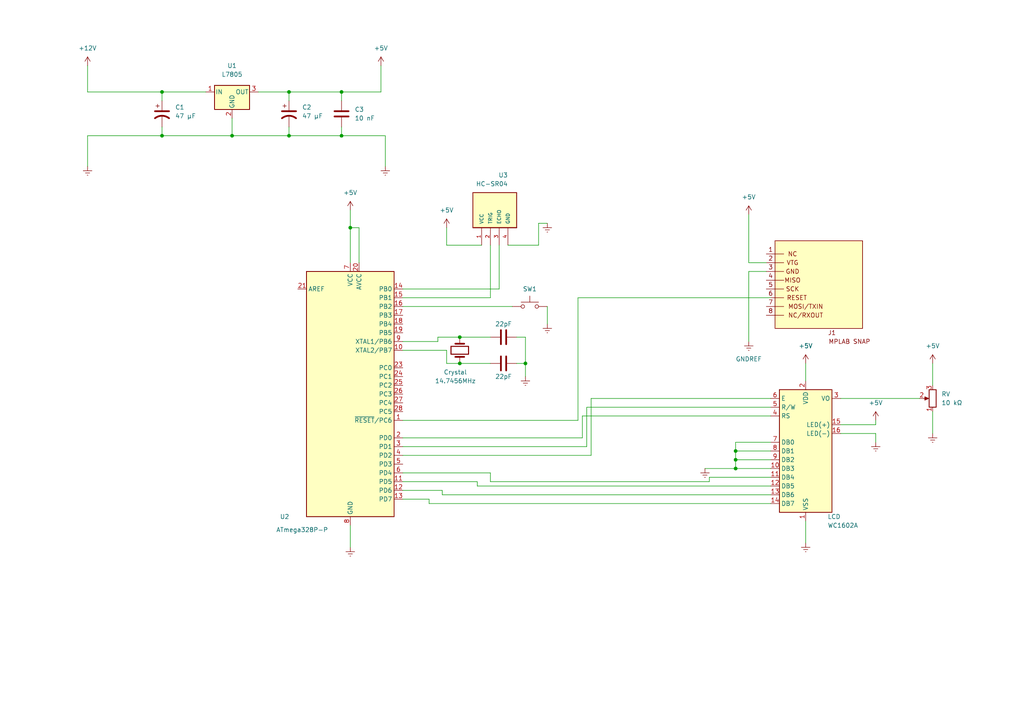
<source format=kicad_sch>
(kicad_sch (version 20211123) (generator eeschema)
  (paper "A4")
  (title_block (title "Ultrasonic Range Finder") (date "2022-10-14") (rev "1") (company "University of Alberta"))
  (lib_symbols
    (symbol "Device:C" (pin_numbers hide) (pin_names (offset 0.254))
      (property "Reference" "C" (at 0.635 2.54 0))
      (property "Value" "C" (at 0.635 -2.54 0))
      (symbol "C_0_1"
        (polyline (pts (xy -2.032 -0.762) (xy 2.032 -0.762)) (stroke (width 0.508)))
        (polyline (pts (xy -2.032 0.762) (xy 2.032 0.762)) (stroke (width 0.508)))
      )
      (symbol "C_1_1"
        (pin passive line (at 0 3.81 270) (length 2.794) (name "~") (number "1"))
        (pin passive line (at 0 -3.81 90) (length 2.794) (name "~") (number "2"))
      )
    )
    (symbol "Device:C_Polarized_US" (pin_numbers hide) (pin_names (offset 0.254) hide)
      (property "Reference" "C" (at 0.635 2.54 0))
      (property "Value" "C_Polarized_US" (at 0.635 -2.54 0))
      (symbol "C_Polarized_US_0_1"
        (polyline (pts (xy -2.032 0.762) (xy 2.032 0.762)) (stroke (width 0.508)))
        (polyline (pts (xy -1.778 2.286) (xy -0.762 2.286)))
        (polyline (pts (xy -1.27 1.778) (xy -1.27 2.794)))
        (arc (start 2.032 -1.27) (mid 0 -0.5572) (end -2.032 -1.27) (stroke (width 0.508)))
      )
      (symbol "C_Polarized_US_1_1"
        (pin passive line (at 0 3.81 270) (length 2.794) (name "~") (number "1"))
        (pin passive line (at 0 -3.81 90) (length 3.302) (name "~") (number "2"))
      )
    )
    (symbol "Device:Crystal" (pin_numbers hide) (pin_names (offset 1.016) hide)
      (property "Reference" "Y" (at 0 3.81 0))
      (property "Value" "Crystal" (at 0 -3.81 0))
      (symbol "Crystal_0_1"
        (rectangle (start -1.143 2.54) (end 1.143 -2.54) (stroke (width 0.3048)))
        (polyline (pts (xy -2.54 0) (xy -1.905 0)))
        (polyline (pts (xy -1.905 -1.27) (xy -1.905 1.27)) (stroke (width 0.508)))
        (polyline (pts (xy 1.905 -1.27) (xy 1.905 1.27)) (stroke (width 0.508)))
        (polyline (pts (xy 2.54 0) (xy 1.905 0)))
      )
      (symbol "Crystal_1_1"
        (pin passive line (at -3.81 0 0) (length 1.27) (name "1") (number "1"))
        (pin passive line (at 3.81 0 180) (length 1.27) (name "2") (number "2"))
      )
    )
    (symbol "Device:R_Potentiometer" (pin_names (offset 1.016) hide)
      (property "Reference" "RV" (at -4.445 0 90))
      (property "Value" "R_Potentiometer" (at -2.54 0 90))
      (symbol "R_Potentiometer_0_1"
        (polyline (pts (xy 2.54 0) (xy 1.524 0)))
        (polyline (pts (xy 1.143 0) (xy 2.286 0.508) (xy 2.286 -0.508) (xy 1.143 0)) (fill (type outline)))
        (rectangle (start 1.016 2.54) (end -1.016 -2.54) (stroke (width 0.254)))
      )
      (symbol "R_Potentiometer_1_1"
        (pin passive line (at 0 3.81 270) (length 1.27) (name "1") (number "1"))
        (pin passive line (at 3.81 0 180) (length 1.27) (name "2") (number "2"))
        (pin passive line (at 0 -3.81 90) (length 1.27) (name "3") (number "3"))
      )
    )
    (symbol "Display_Character:WC1602A"
      (property "Reference" "LCD" (at 6.35 -19.05 0))
      (property "Value" "WC1602A" (at 6.35 -21.59 0))
      (symbol "WC1602A_1_1"
        (rectangle (start -7.62 17.78) (end 7.62 -17.78) (stroke (width 0.254)) (fill (type background)))
        (pin power_in line (at 0 -20.32 90) (length 2.54) (name "VSS") (number "1"))
        (pin input line (at -10.16 -5.08 0) (length 2.54) (name "DB3") (number "10"))
        (pin input line (at -10.16 -7.62 0) (length 2.54) (name "DB4") (number "11"))
        (pin input line (at -10.16 -10.16 0) (length 2.54) (name "DB5") (number "12"))
        (pin input line (at -10.16 -12.7 0) (length 2.54) (name "DB6") (number "13"))
        (pin input line (at -10.16 -15.24 0) (length 2.54) (name "DB7") (number "14"))
        (pin power_in line (at 10.16 7.62 180) (length 2.54) (name "LED(+)") (number "15"))
        (pin power_in line (at 10.16 5.08 180) (length 2.54) (name "LED(-)") (number "16"))
        (pin power_in line (at 0 20.32 270) (length 2.54) (name "VDD") (number "2"))
        (pin input line (at 10.16 15.24 180) (length 2.54) (name "VO") (number "3"))
        (pin input line (at -10.16 10.16 0) (length 2.54) (name "RS") (number "4"))
        (pin input line (at -10.16 12.7 0) (length 2.54) (name "R/W") (number "5"))
        (pin input line (at -10.16 15.24 0) (length 2.54) (name "E") (number "6"))
        (pin input line (at -10.16 2.54 0) (length 2.54) (name "DB0") (number "7"))
        (pin input line (at -10.16 0 0) (length 2.54) (name "DB1") (number "8"))
        (pin input line (at -10.16 -2.54 0) (length 2.54) (name "DB2") (number "9"))
      )
    )
    (symbol "HC-SR04:HC-SR04" (pin_names (offset 1.016))
      (property "Reference" "U" (at 0 5.08 0))
      (property "Value" "HC-SR04" (at 0 -10.16 0))
      (symbol "HC-SR04_0_0"
        (rectangle (start 0 -7.62) (end 10.16 5.08) (stroke (width 0.254)) (fill (type background)))
        (polyline (pts (xy 0 5.08) (xy 0 -7.62)) (stroke (width 0.254)))
        (pin power_in line (at -5.08 2.54 0) (length 5.08) (name "VCC") (number "1"))
        (pin bidirectional line (at -5.08 0 0) (length 5.08) (name "TRIG") (number "2"))
        (pin bidirectional line (at -5.08 -2.54 0) (length 5.08) (name "ECHO") (number "3"))
        (pin power_in line (at -5.08 -5.08 0) (length 5.08) (name "GND") (number "4"))
      )
    )
    (symbol "MCU_Microchip_ATmega:ATmega328P-P"
      (property "Reference" "U" (at -12.7 36.83 0))
      (property "Value" "ATmega328P-P" (at 2.54 -36.83 0))
      (symbol "ATmega328P-P_0_1"
        (rectangle (start -12.7 -35.56) (end 12.7 35.56) (stroke (width 0.254)) (fill (type background)))
      )
      (symbol "ATmega328P-P_1_1"
        (pin bidirectional line (at 15.24 -7.62 180) (length 2.54) (name "~{RESET}/PC6") (number "1"))
        (pin bidirectional line (at 15.24 12.7 180) (length 2.54) (name "XTAL2/PB7") (number "10"))
        (pin bidirectional line (at 15.24 -25.4 180) (length 2.54) (name "PD5") (number "11"))
        (pin bidirectional line (at 15.24 -27.94 180) (length 2.54) (name "PD6") (number "12"))
        (pin bidirectional line (at 15.24 -30.48 180) (length 2.54) (name "PD7") (number "13"))
        (pin bidirectional line (at 15.24 30.48 180) (length 2.54) (name "PB0") (number "14"))
        (pin bidirectional line (at 15.24 27.94 180) (length 2.54) (name "PB1") (number "15"))
        (pin bidirectional line (at 15.24 25.4 180) (length 2.54) (name "PB2") (number "16"))
        (pin bidirectional line (at 15.24 22.86 180) (length 2.54) (name "PB3") (number "17"))
        (pin bidirectional line (at 15.24 20.32 180) (length 2.54) (name "PB4") (number "18"))
        (pin bidirectional line (at 15.24 17.78 180) (length 2.54) (name "PB5") (number "19"))
        (pin bidirectional line (at 15.24 -12.7 180) (length 2.54) (name "PD0") (number "2"))
        (pin power_in line (at 2.54 38.1 270) (length 2.54) (name "AVCC") (number "20"))
        (pin passive line (at -15.24 30.48 0) (length 2.54) (name "AREF") (number "21"))
        (pin passive line (at 0 -38.1 90) (length 2.54) hide (name "GND") (number "22"))
        (pin bidirectional line (at 15.24 7.62 180) (length 2.54) (name "PC0") (number "23"))
        (pin bidirectional line (at 15.24 5.08 180) (length 2.54) (name "PC1") (number "24"))
        (pin bidirectional line (at 15.24 2.54 180) (length 2.54) (name "PC2") (number "25"))
        (pin bidirectional line (at 15.24 0 180) (length 2.54) (name "PC3") (number "26"))
        (pin bidirectional line (at 15.24 -2.54 180) (length 2.54) (name "PC4") (number "27"))
        (pin bidirectional line (at 15.24 -5.08 180) (length 2.54) (name "PC5") (number "28"))
        (pin bidirectional line (at 15.24 -15.24 180) (length 2.54) (name "PD1") (number "3"))
        (pin bidirectional line (at 15.24 -17.78 180) (length 2.54) (name "PD2") (number "4"))
        (pin bidirectional line (at 15.24 -20.32 180) (length 2.54) (name "PD3") (number "5"))
        (pin bidirectional line (at 15.24 -22.86 180) (length 2.54) (name "PD4") (number "6"))
        (pin power_in line (at 0 38.1 270) (length 2.54) (name "VCC") (number "7"))
        (pin power_in line (at 0 -38.1 90) (length 2.54) (name "GND") (number "8"))
        (pin bidirectional line (at 15.24 15.24 180) (length 2.54) (name "XTAL1/PB6") (number "9"))
      )
    )
    (symbol "MCU_Microchip_ATtiny:ATtiny10-TS"
      (symbol "ATtiny10-TS_0_0"
        (text "1" (at -13.97 10.16 0) (effects (font (size 1.27 1.27))))
        (text "2" (at -13.97 7.62 0) (effects (font (size 1.27 1.27))))
        (text "3" (at -13.97 5.08 0) (effects (font (size 1.27 1.27))))
        (text "4" (at -13.97 2.54 0) (effects (font (size 1.27 1.27))))
        (text "5" (at -13.97 0 0) (effects (font (size 1.27 1.27))))
        (text "6" (at -13.97 -2.54 0) (effects (font (size 1.27 1.27))))
        (text "7" (at -13.97 -5.08 0) (effects (font (size 1.27 1.27))))
        (text "8" (at -13.97 -7.62 0) (effects (font (size 1.27 1.27))))
        (text "GND" (at -7.62 3.81 0) (effects (font (size 1.27 1.27))))
        (text "J1" (at 3.81 -13.97 0) (effects (font (size 1.27 1.27))))
        (text "MISO" (at -7.62 1.27 0) (effects (font (size 1.27 1.27))))
        (text "MOSI/TXIN" (at -3.81 -6.35 0) (effects (font (size 1.27 1.27))))
        (text "MPLAB SNAP" (at 8.89 -16.51 0) (effects (font (size 1.27 1.27))))
        (text "NC" (at -7.62 8.89 0) (effects (font (size 1.27 1.27))))
        (text "NC/RXOUT" (at -3.81 -8.89 0) (effects (font (size 1.27 1.27))))
        (text "RESET" (at -6.35 -3.81 0) (effects (font (size 1.27 1.27))))
        (text "SCK" (at -7.62 -1.27 0) (effects (font (size 1.27 1.27))))
        (text "VTG" (at -7.62 6.35 0) (effects (font (size 1.27 1.27))))
      )
      (symbol "ATtiny10-TS_0_1"
        (rectangle (start -12.7 -12.7) (end 12.7 12.7) (stroke (width 0.2)) (fill (type background)))
        (polyline (pts (xy -13.97 6.35) (xy -15.24 6.35)))
        (polyline (pts (xy -10.16 -8.89) (xy -15.24 -8.89)))
        (polyline (pts (xy -10.16 -6.35) (xy -15.24 -6.35)))
        (polyline (pts (xy -10.16 -3.81) (xy -15.24 -3.81)))
        (polyline (pts (xy -10.16 -1.27) (xy -15.24 -1.27)))
        (polyline (pts (xy -10.16 1.27) (xy -15.24 1.27)))
        (polyline (pts (xy -10.16 3.81) (xy -15.24 3.81)))
        (polyline (pts (xy -10.16 6.35) (xy -13.97 6.35)))
        (polyline (pts (xy -10.16 8.89) (xy -15.24 8.89)))
      )
    )
    (symbol "Regulator_Linear:L7805" (pin_names (offset 0.254))
      (property "Reference" "U" (at -3.81 3.175 0))
      (property "Value" "L7805" (at 0 3.175 0))
      (symbol "L7805_0_1"
        (rectangle (start -5.08 1.905) (end 5.08 -5.08) (stroke (width 0.254)) (fill (type background)))
      )
      (symbol "L7805_1_1"
        (pin power_in line (at -7.62 0 0) (length 2.54) (name "IN") (number "1"))
        (pin power_in line (at 0 -7.62 90) (length 2.54) (name "GND") (number "2"))
        (pin power_out line (at 7.62 0 180) (length 2.54) (name "OUT") (number "3"))
      )
    )
    (symbol "Switch:SW_Push" (pin_numbers hide) (pin_names (offset 1.016) hide)
      (property "Reference" "SW" (at 1.27 2.54 0))
      (property "Value" "SW_Push" (at 0 -1.524 0))
      (symbol "SW_Push_0_1"
        (circle (center -2.032 0) (radius 0.508))
        (polyline (pts (xy 0 1.27) (xy 0 3.048)))
        (polyline (pts (xy 2.54 1.27) (xy -2.54 1.27)))
        (circle (center 2.032 0) (radius 0.508))
        (pin passive line (at -5.08 0 0) (length 2.54) (name "1") (number "1"))
        (pin passive line (at 5.08 0 180) (length 2.54) (name "2") (number "2"))
      )
    )
    (symbol "power:+12V" (power) (pin_names (offset 0))
      (property "Value" "+12V" (at 0 3.556 0))
      (symbol "+12V_0_1"
        (polyline (pts (xy -0.762 1.27) (xy 0 2.54)))
        (polyline (pts (xy 0 0) (xy 0 2.54)))
        (polyline (pts (xy 0 2.54) (xy 0.762 1.27)))
      )
      (symbol "+12V_1_1"
        (pin power_in line (at 0 0 90) (length 0) hide (name "+12V") (number "1"))
      )
    )
    (symbol "power:+5V" (power) (pin_names (offset 0))
      (property "Value" "+5V" (at 0 3.556 0))
      (symbol "+5V_0_1"
        (polyline (pts (xy -0.762 1.27) (xy 0 2.54)))
        (polyline (pts (xy 0 0) (xy 0 2.54)))
        (polyline (pts (xy 0 2.54) (xy 0.762 1.27)))
      )
      (symbol "+5V_1_1"
        (pin power_in line (at 0 0 90) (length 0) hide (name "+5V") (number "1"))
      )
    )
    (symbol "power:Earth" (power) (pin_names (offset 0))
      (symbol "Earth_0_1"
        (polyline (pts (xy -0.635 -1.905) (xy 0.635 -1.905)))
        (polyline (pts (xy -0.127 -2.54) (xy 0.127 -2.54)))
        (polyline (pts (xy 0 -1.27) (xy 0 0)))
        (polyline (pts (xy 1.27 -1.27) (xy -1.27 -1.27)))
      )
      (symbol "Earth_1_1"
        (pin power_in line (at 0 0 270) (length 0) hide (name "Earth") (number "1"))
      )
    )
    (symbol "power:GNDREF" (power) (pin_names (offset 0))
      (property "Value" "GNDREF" (at 0 -3.81 0))
      (symbol "GNDREF_0_1"
        (polyline (pts (xy -0.635 -1.905) (xy 0.635 -1.905)))
        (polyline (pts (xy -0.127 -2.54) (xy 0.127 -2.54)))
        (polyline (pts (xy 0 -1.27) (xy 0 0)))
        (polyline (pts (xy 1.27 -1.27) (xy -1.27 -1.27)))
      )
      (symbol "GNDREF_1_1"
        (pin power_in line (at 0 0 270) (length 0) hide (name "GNDREF") (number "1"))
      )
    )
  )
  (junction (at 133.35 105.41))
  (junction (at 152.4 105.41))
  (junction (at 101.6 66.04))
  (junction (at 213.36 130.81))
  (junction (at 213.36 135.89))
  (junction (at 46.99 39.37))
  (junction (at 133.35 97.79))
  (junction (at 99.06 39.37))
  (junction (at 99.06 26.67))
  (junction (at 46.99 26.67))
  (junction (at 83.82 39.37))
  (junction (at 213.36 133.35))
  (junction (at 83.82 26.67))
  (junction (at 67.31 39.37))
  (wire (pts (xy 171.45 115.57) (xy 171.45 132.08)))
  (wire (pts (xy 170.18 129.54) (xy 116.84 129.54)))
  (wire (pts (xy 144.78 71.12) (xy 144.78 83.82)))
  (wire (pts (xy 144.78 83.82) (xy 116.84 83.82)))
  (wire (pts (xy 139.7 71.12) (xy 129.54 71.12)))
  (wire (pts (xy 67.31 34.29) (xy 67.31 39.37)))
  (wire (pts (xy 129.54 66.04) (xy 129.54 71.12)))
  (wire (pts (xy 101.6 60.96) (xy 101.6 66.04)))
  (wire (pts (xy 223.52 120.65) (xy 168.91 120.65)))
  (wire (pts (xy 124.46 144.78) (xy 116.84 144.78)))
  (wire (pts (xy 116.84 99.06) (xy 127 99.06)))
  (wire (pts (xy 46.99 26.67) (xy 25.4 26.67)))
  (wire (pts (xy 138.43 139.7) (xy 116.84 139.7)))
  (wire (pts (xy 156.21 64.77) (xy 156.21 71.12)))
  (wire (pts (xy 254 125.73) (xy 254 128.27)))
  (wire (pts (xy 213.36 130.81) (xy 223.52 130.81)))
  (wire (pts (xy 217.17 78.74) (xy 217.17 99.06)))
  (wire (pts (xy 243.84 115.57) (xy 266.7 115.57)))
  (wire (pts (xy 223.52 140.97) (xy 138.43 140.97)))
  (wire (pts (xy 128.27 143.51) (xy 128.27 142.24)))
  (wire (pts (xy 168.91 127) (xy 116.84 127)))
  (wire (pts (xy 243.84 123.19) (xy 254 123.19)))
  (wire (pts (xy 156.21 64.77) (xy 158.75 64.77)))
  (wire (pts (xy 138.43 140.97) (xy 138.43 139.7)))
  (wire (pts (xy 25.4 39.37) (xy 25.4 48.26)))
  (wire (pts (xy 223.52 115.57) (xy 171.45 115.57)))
  (wire (pts (xy 129.54 101.6) (xy 116.84 101.6)))
  (wire (pts (xy 222.25 76.2) (xy 217.17 76.2)))
  (wire (pts (xy 149.86 97.79) (xy 152.4 97.79)))
  (wire (pts (xy 213.36 135.89) (xy 223.52 135.89)))
  (wire (pts (xy 116.84 88.9) (xy 148.59 88.9)))
  (wire (pts (xy 213.36 128.27) (xy 223.52 128.27)))
  (wire (pts (xy 101.6 66.04) (xy 101.6 76.2)))
  (wire (pts (xy 116.84 121.92) (xy 167.64 121.92)))
  (wire (pts (xy 254 121.92) (xy 254 123.19)))
  (wire (pts (xy 233.68 151.13) (xy 233.68 157.48)))
  (wire (pts (xy 104.14 66.04) (xy 101.6 66.04)))
  (wire (pts (xy 83.82 26.67) (xy 83.82 29.21)))
  (wire (pts (xy 213.36 133.35) (xy 223.52 133.35)))
  (wire (pts (xy 142.24 86.36) (xy 116.84 86.36)))
  (wire (pts (xy 152.4 97.79) (xy 152.4 105.41)))
  (wire (pts (xy 233.68 105.41) (xy 233.68 110.49)))
  (wire (pts (xy 205.74 139.7) (xy 142.24 139.7)))
  (wire (pts (xy 83.82 36.83) (xy 83.82 39.37)))
  (wire (pts (xy 99.06 26.67) (xy 99.06 29.21)))
  (wire (pts (xy 223.52 146.05) (xy 124.46 146.05)))
  (wire (pts (xy 46.99 39.37) (xy 25.4 39.37)))
  (wire (pts (xy 99.06 36.83) (xy 99.06 39.37)))
  (wire (pts (xy 270.51 105.41) (xy 270.51 111.76)))
  (wire (pts (xy 158.75 88.9) (xy 158.75 93.98)))
  (wire (pts (xy 213.36 128.27) (xy 213.36 130.81)))
  (wire (pts (xy 104.14 76.2) (xy 104.14 66.04)))
  (wire (pts (xy 59.69 26.67) (xy 46.99 26.67)))
  (wire (pts (xy 217.17 62.23) (xy 217.17 76.2)))
  (wire (pts (xy 152.4 105.41) (xy 152.4 109.22)))
  (wire (pts (xy 270.51 119.38) (xy 270.51 125.73)))
  (wire (pts (xy 99.06 26.67) (xy 110.49 26.67)))
  (wire (pts (xy 110.49 19.05) (xy 110.49 26.67)))
  (wire (pts (xy 133.35 97.79) (xy 142.24 97.79)))
  (wire (pts (xy 111.76 39.37) (xy 111.76 48.26)))
  (wire (pts (xy 46.99 26.67) (xy 46.99 29.21)))
  (wire (pts (xy 223.52 143.51) (xy 128.27 143.51)))
  (wire (pts (xy 149.86 105.41) (xy 152.4 105.41)))
  (wire (pts (xy 167.64 86.36) (xy 223.52 86.36)))
  (wire (pts (xy 133.35 105.41) (xy 142.24 105.41)))
  (wire (pts (xy 213.36 133.35) (xy 213.36 135.89)))
  (wire (pts (xy 223.52 118.11) (xy 170.18 118.11)))
  (wire (pts (xy 129.54 105.41) (xy 133.35 105.41)))
  (wire (pts (xy 127 99.06) (xy 127 97.79)))
  (wire (pts (xy 168.91 120.65) (xy 168.91 127)))
  (wire (pts (xy 142.24 139.7) (xy 142.24 137.16)))
  (wire (pts (xy 142.24 137.16) (xy 116.84 137.16)))
  (wire (pts (xy 222.25 78.74) (xy 217.17 78.74)))
  (wire (pts (xy 213.36 130.81) (xy 213.36 133.35)))
  (wire (pts (xy 142.24 71.12) (xy 142.24 86.36)))
  (wire (pts (xy 147.32 71.12) (xy 156.21 71.12)))
  (wire (pts (xy 124.46 146.05) (xy 124.46 144.78)))
  (wire (pts (xy 167.64 121.92) (xy 167.64 86.36)))
  (wire (pts (xy 223.52 138.43) (xy 205.74 138.43)))
  (wire (pts (xy 67.31 39.37) (xy 83.82 39.37)))
  (wire (pts (xy 83.82 26.67) (xy 99.06 26.67)))
  (wire (pts (xy 171.45 132.08) (xy 116.84 132.08)))
  (wire (pts (xy 205.74 138.43) (xy 205.74 139.7)))
  (wire (pts (xy 67.31 39.37) (xy 46.99 39.37)))
  (wire (pts (xy 170.18 118.11) (xy 170.18 129.54)))
  (wire (pts (xy 101.6 152.4) (xy 101.6 158.75)))
  (wire (pts (xy 46.99 36.83) (xy 46.99 39.37)))
  (wire (pts (xy 99.06 39.37) (xy 111.76 39.37)))
  (wire (pts (xy 243.84 125.73) (xy 254 125.73)))
  (wire (pts (xy 127 97.79) (xy 133.35 97.79)))
  (wire (pts (xy 83.82 39.37) (xy 99.06 39.37)))
  (wire (pts (xy 128.27 142.24) (xy 116.84 142.24)))
  (wire (pts (xy 25.4 19.05) (xy 25.4 26.67)))
  (wire (pts (xy 129.54 105.41) (xy 129.54 101.6)))
  (wire (pts (xy 213.36 135.89) (xy 204.47 135.89)))
  (wire (pts (xy 74.93 26.67) (xy 83.82 26.67)))
  (symbol (lib_id "power:GNDREF") (at 204.47 135.89 0) (unit 1)
    (property "Reference" "#PWR?" (effects hide))
    (property "Value" "GNDREF" (effects hide))
  )
  (symbol (lib_id "Regulator_Linear:L7805") (at 67.31 26.67 0) (unit 1)
    (property "Reference" "U1" (at 67.31 19.05 0))
    (property "Value" "L7805" (at 67.31 21.59 0))
    (property "Datasheet" "http://www.st.com/content/ccc/resource/technical/document/datasheet/41/4f/b3/b0/12/d4/47/88/CD00000444.pdf/files/CD00000444.pdf/jcr:content/translations/en.CD00000444.pdf" (effects hide))
  )
  (symbol (lib_id "power:GNDREF") (at 217.17 99.06 0) (unit 1)
    (property "Reference" "#PWR?" (effects hide))
    (property "Value" "GNDREF" (at 217.17 104.14 0))
  )
  (symbol (lib_id "power:Earth") (at 158.75 93.98 0) (unit 1)
    (property "Reference" "#PWR?" (effects hide))
    (property "Value" "Earth" (effects hide))
  )
  (symbol (lib_id "power:GNDREF") (at 254 128.27 0) (unit 1)
    (property "Reference" "#PWR?" (effects hide))
    (property "Value" "GNDREF" (effects hide))
  )
  (symbol (lib_id "Device:C") (at 146.05 105.41 90) (unit 1)
    (property "Reference" "C?" (effects hide))
    (property "Value" "22pF" (at 146.05 109.22 90))
  )
  (symbol (lib_id "Device:C") (at 99.06 33.02 0) (unit 1)
    (property "Reference" "C3" (at 102.87 31.7499 0) (effects (justify left)))
    (property "Value" "10 nF" (at 102.87 34.2899 0) (effects (justify left)))
  )
  (symbol (lib_id "power:GNDREF") (at 270.51 125.73 0) (unit 1)
    (property "Reference" "#PWR?" (effects hide))
    (property "Value" "GNDREF" (effects hide))
  )
  (symbol (lib_id "HC-SR04:HC-SR04") (at 142.24 66.04 90) (unit 1)
    (property "Reference" "U3" (at 147.32 50.8 90) (effects (justify left)))
    (property "Value" "HC-SR04" (at 147.32 53.34 90) (effects (justify left)))
    (property "Footprint" "XCVR_HC-SR04" (effects hide))
    (property "MANUFACTURER" "Osepp" (effects hide))
  )
  (symbol (lib_id "power:GNDREF") (at 111.76 48.26 0) (unit 1)
    (property "Reference" "#PWR?" (effects hide))
    (property "Value" "GNDREF" (effects hide))
  )
  (symbol (lib_id "power:+5V") (at 129.54 66.04 0) (unit 1)
    (property "Reference" "#PWR?" (effects hide))
    (property "Value" "+5V" (at 129.54 60.96 0))
  )
  (symbol (lib_id "power:+5V") (at 110.49 19.05 0) (unit 1)
    (property "Reference" "#PWR?" (effects hide))
    (property "Value" "+5V" (at 110.49 13.97 0))
  )
  (symbol (lib_id "power:GNDREF") (at 158.75 64.77 0) (unit 1)
    (property "Reference" "#PWR?" (effects hide))
    (property "Value" "GNDREF" (effects hide))
  )
  (symbol (lib_id "power:GNDREF") (at 101.6 158.75 0) (unit 1)
    (property "Reference" "#PWR?" (effects hide))
    (property "Value" "GNDREF" (effects hide))
  )
  (symbol (lib_id "power:+5V") (at 217.17 62.23 0) (unit 1)
    (property "Reference" "#PWR?" (effects hide))
    (property "Value" "+5V" (at 217.17 57.15 0))
  )
  (symbol (lib_id "MCU_Microchip_ATtiny:ATtiny10-TS") (at 237.49 82.55 0) (unit 1)
    (property "Reference" "U?" (effects hide))
    (property "Value" "ATtiny10-TS" (effects hide))
    (property "Footprint" "Package_TO_SOT_SMD:SOT-23-6" (effects hide))
    (property "Datasheet" "http://ww1.microchip.com/downloads/en/DeviceDoc/Atmel-8127-AVR-8-bit-Microcontroller-ATtiny4-ATtiny5-ATtiny9-ATtiny10_Datasheet.pdf" (effects hide))
  )
  (symbol (lib_id "power:+5V") (at 254 121.92 0) (unit 1)
    (property "Reference" "#PWR?" (effects hide))
    (property "Value" "+5V" (at 254 116.84 0))
  )
  (symbol (lib_id "power:+5V") (at 270.51 105.41 0) (unit 1)
    (property "Reference" "#PWR?" (effects hide))
    (property "Value" "+5V" (at 270.51 100.33 0))
  )
  (symbol (lib_id "MCU_Microchip_ATmega:ATmega328P-P") (at 101.6 114.3 0) (unit 1)
    (property "Reference" "U2" (at 82.55 149.86 0))
    (property "Value" "ATmega328P-P" (at 87.63 153.67 0))
    (property "Footprint" "Package_DIP:DIP-28_W7.62mm" (effects hide))
    (property "Datasheet" "http://ww1.microchip.com/downloads/en/DeviceDoc/ATmega328_P%20AVR%20MCU%20with%20picoPower%20Technology%20Data%20Sheet%2040001984A.pdf" (effects hide))
  )
  (symbol (lib_id "power:+5V") (at 233.68 105.41 0) (unit 1)
    (property "Reference" "#PWR?" (effects hide))
    (property "Value" "+5V" (at 233.68 100.33 0))
  )
  (symbol (lib_id "power:GNDREF") (at 25.4 48.26 0) (unit 1)
    (property "Reference" "#PWR?" (effects hide))
    (property "Value" "GNDREF" (effects hide))
  )
  (symbol (lib_id "power:+12V") (at 25.4 19.05 0) (unit 1)
    (property "Reference" "#PWR?" (effects hide))
    (property "Value" "+12V" (at 25.4 13.97 0))
  )
  (symbol (lib_id "power:GNDREF") (at 152.4 109.22 0) (unit 1)
    (property "Reference" "#PWR?" (effects hide))
    (property "Value" "GNDREF" (effects hide))
  )
  (symbol (lib_id "Device:C") (at 146.05 97.79 270) (unit 1)
    (property "Reference" "C?" (effects hide))
    (property "Value" "22pF" (at 146.05 93.98 90))
  )
  (symbol (lib_id "power:GNDREF") (at 233.68 157.48 0) (unit 1)
    (property "Reference" "#PWR?" (effects hide))
    (property "Value" "GNDREF" (effects hide))
  )
  (symbol (lib_id "Device:C_Polarized_US") (at 83.82 33.02 0) (unit 1)
    (property "Reference" "C2" (at 87.63 31.1149 0) (effects (justify left)))
    (property "Value" "47 µF" (at 87.63 33.6549 0) (effects (justify left)))
  )
  (symbol (lib_id "Switch:SW_Push") (at 153.67 88.9 0) (unit 1)
    (property "Reference" "SW1" (at 153.67 83.82 0))
    (property "Value" "SW_Push" (effects hide))
  )
  (symbol (lib_id "power:+5V") (at 101.6 60.96 0) (unit 1)
    (property "Reference" "#PWR?" (effects hide))
    (property "Value" "+5V" (at 101.6 55.88 0))
  )
  (symbol (lib_id "Display_Character:WC1602A") (at 233.68 130.81 0) (unit 1)
    (property "Reference" "LCD" (at 240.03 149.86 0) (effects (justify left)))
    (property "Value" "WC1602A" (at 240.03 152.4 0) (effects (justify left)))
    (property "Footprint" "Display:WC1602A" (effects hide))
    (property "Datasheet" "http://www.wincomlcd.com/pdf/WC1602A-SFYLYHTC06.pdf" (effects hide))
  )
  (symbol (lib_id "Device:R_Potentiometer") (at 270.51 115.57 180) (unit 1)
    (property "Reference" "RV" (at 273.05 114.2999 0) (effects (justify right)))
    (property "Value" "10 kΩ" (at 273.05 116.8399 0) (effects (justify right)))
  )
  (symbol (lib_id "Device:Crystal") (at 133.35 101.6 90) (unit 1)
    (property "Reference" "Crystal" (at 132.08 107.95 90))
    (property "Value" "14.7456MHz" (at 132.08 110.49 90))
  )
  (symbol (lib_id "Device:C_Polarized_US") (at 46.99 33.02 0) (unit 1)
    (property "Reference" "C1" (at 50.8 31.1149 0) (effects (justify left)))
    (property "Value" "47 µF" (at 50.8 33.6549 0) (effects (justify left)))
  )
)
</source>
